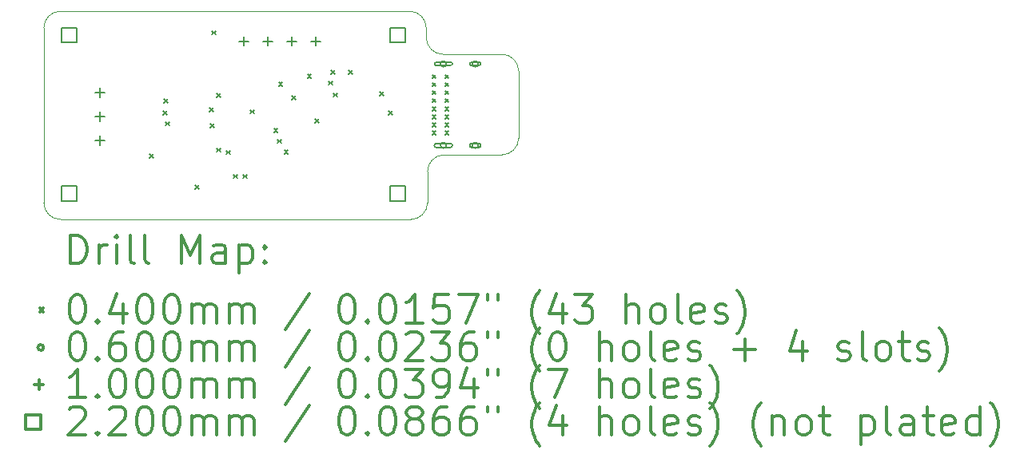
<source format=gbr>
%FSLAX45Y45*%
G04 Gerber Fmt 4.5, Leading zero omitted, Abs format (unit mm)*
G04 Created by KiCad (PCBNEW (5.1.10)-1) date 2022-11-07 23:21:50*
%MOMM*%
%LPD*%
G01*
G04 APERTURE LIST*
%TA.AperFunction,Profile*%
%ADD10C,0.050000*%
%TD*%
%ADD11C,0.200000*%
%ADD12C,0.300000*%
G04 APERTURE END LIST*
D10*
X11201400Y-9321800D02*
X14909800Y-9321800D01*
X15265400Y-8636000D02*
X15875000Y-8636000D01*
X15087600Y-9144000D02*
X15087600Y-8813800D01*
X16052800Y-8458200D02*
X16052800Y-7747000D01*
X15252700Y-7569200D02*
X15875000Y-7569200D01*
X15074900Y-7391400D02*
X15074900Y-7289800D01*
X11201400Y-7112000D02*
X14897100Y-7112000D01*
X16052800Y-8458200D02*
G75*
G02*
X15875000Y-8636000I-177800J0D01*
G01*
X15875000Y-7569200D02*
G75*
G02*
X16052800Y-7747000I0J-177800D01*
G01*
X15252700Y-7569200D02*
G75*
G02*
X15074900Y-7391400I0J177800D01*
G01*
X15087600Y-8813800D02*
G75*
G02*
X15265400Y-8636000I177800J0D01*
G01*
X14897100Y-7112000D02*
G75*
G02*
X15074900Y-7289800I0J-177800D01*
G01*
X11023600Y-9144000D02*
X11023600Y-7289800D01*
X11023600Y-7289800D02*
G75*
G02*
X11201400Y-7112000I177800J0D01*
G01*
X15087600Y-9144000D02*
G75*
G02*
X14909800Y-9321800I-177800J0D01*
G01*
X11201400Y-9321800D02*
G75*
G02*
X11023600Y-9144000I0J177800D01*
G01*
D11*
X12146600Y-8628700D02*
X12186600Y-8668700D01*
X12186600Y-8628700D02*
X12146600Y-8668700D01*
X12286300Y-8171500D02*
X12326300Y-8211500D01*
X12326300Y-8171500D02*
X12286300Y-8211500D01*
X12299000Y-8044500D02*
X12339000Y-8084500D01*
X12339000Y-8044500D02*
X12299000Y-8084500D01*
X12311700Y-8285800D02*
X12351700Y-8325800D01*
X12351700Y-8285800D02*
X12311700Y-8325800D01*
X12629200Y-8958900D02*
X12669200Y-8998900D01*
X12669200Y-8958900D02*
X12629200Y-8998900D01*
X12781600Y-8139750D02*
X12821600Y-8179750D01*
X12821600Y-8139750D02*
X12781600Y-8179750D01*
X12787950Y-8304850D02*
X12827950Y-8344850D01*
X12827950Y-8304850D02*
X12787950Y-8344850D01*
X12807000Y-7320600D02*
X12847000Y-7360600D01*
X12847000Y-7320600D02*
X12807000Y-7360600D01*
X12854100Y-7987500D02*
X12894100Y-8027500D01*
X12894100Y-7987500D02*
X12854100Y-8027500D01*
X12857800Y-8565200D02*
X12897800Y-8605200D01*
X12897800Y-8565200D02*
X12857800Y-8605200D01*
X12959400Y-8590600D02*
X12999400Y-8630600D01*
X12999400Y-8590600D02*
X12959400Y-8630600D01*
X13035600Y-8844600D02*
X13075600Y-8884600D01*
X13075600Y-8844600D02*
X13035600Y-8884600D01*
X13137200Y-8844600D02*
X13177200Y-8884600D01*
X13177200Y-8844600D02*
X13137200Y-8884600D01*
X13209066Y-8159643D02*
X13249066Y-8199643D01*
X13249066Y-8159643D02*
X13209066Y-8199643D01*
X13461050Y-8355650D02*
X13501050Y-8395650D01*
X13501050Y-8355650D02*
X13461050Y-8395650D01*
X13498636Y-8472325D02*
X13538636Y-8512325D01*
X13538636Y-8472325D02*
X13498636Y-8512325D01*
X13511700Y-7868912D02*
X13551700Y-7908912D01*
X13551700Y-7868912D02*
X13511700Y-7908912D01*
X13570920Y-8585153D02*
X13610920Y-8625153D01*
X13610920Y-8585153D02*
X13570920Y-8625153D01*
X13653975Y-8009360D02*
X13693975Y-8049360D01*
X13693975Y-8009360D02*
X13653975Y-8049360D01*
X13816923Y-7784000D02*
X13856923Y-7824000D01*
X13856923Y-7784000D02*
X13816923Y-7824000D01*
X13897571Y-8257561D02*
X13937571Y-8297561D01*
X13937571Y-8257561D02*
X13897571Y-8297561D01*
X14038900Y-7854000D02*
X14078900Y-7894000D01*
X14078900Y-7854000D02*
X14038900Y-7894000D01*
X14064300Y-7739700D02*
X14104300Y-7779700D01*
X14104300Y-7739700D02*
X14064300Y-7779700D01*
X14089700Y-7981000D02*
X14129700Y-8021000D01*
X14129700Y-7981000D02*
X14089700Y-8021000D01*
X14254800Y-7739700D02*
X14294800Y-7779700D01*
X14294800Y-7739700D02*
X14254800Y-7779700D01*
X14585000Y-7968300D02*
X14625000Y-8008300D01*
X14625000Y-7968300D02*
X14585000Y-8008300D01*
X14673900Y-8171500D02*
X14713900Y-8211500D01*
X14713900Y-8171500D02*
X14673900Y-8211500D01*
X15137450Y-7786050D02*
X15177450Y-7826050D01*
X15177450Y-7786050D02*
X15137450Y-7826050D01*
X15137450Y-7871050D02*
X15177450Y-7911050D01*
X15177450Y-7871050D02*
X15137450Y-7911050D01*
X15137450Y-7956050D02*
X15177450Y-7996050D01*
X15177450Y-7956050D02*
X15137450Y-7996050D01*
X15137450Y-8041050D02*
X15177450Y-8081050D01*
X15177450Y-8041050D02*
X15137450Y-8081050D01*
X15137450Y-8126050D02*
X15177450Y-8166050D01*
X15177450Y-8126050D02*
X15137450Y-8166050D01*
X15137450Y-8211050D02*
X15177450Y-8251050D01*
X15177450Y-8211050D02*
X15137450Y-8251050D01*
X15137450Y-8296050D02*
X15177450Y-8336050D01*
X15177450Y-8296050D02*
X15137450Y-8336050D01*
X15137450Y-8381050D02*
X15177450Y-8421050D01*
X15177450Y-8381050D02*
X15137450Y-8421050D01*
X15272450Y-7786050D02*
X15312450Y-7826050D01*
X15312450Y-7786050D02*
X15272450Y-7826050D01*
X15272450Y-7871050D02*
X15312450Y-7911050D01*
X15312450Y-7871050D02*
X15272450Y-7911050D01*
X15272450Y-7956050D02*
X15312450Y-7996050D01*
X15312450Y-7956050D02*
X15272450Y-7996050D01*
X15272450Y-8041050D02*
X15312450Y-8081050D01*
X15312450Y-8041050D02*
X15272450Y-8081050D01*
X15272450Y-8126050D02*
X15312450Y-8166050D01*
X15312450Y-8126050D02*
X15272450Y-8166050D01*
X15272450Y-8211050D02*
X15312450Y-8251050D01*
X15312450Y-8211050D02*
X15272450Y-8251050D01*
X15272450Y-8296050D02*
X15312450Y-8336050D01*
X15312450Y-8296050D02*
X15272450Y-8336050D01*
X15272450Y-8381050D02*
X15312450Y-8421050D01*
X15312450Y-8381050D02*
X15272450Y-8421050D01*
X15285450Y-7671050D02*
G75*
G03*
X15285450Y-7671050I-30000J0D01*
G01*
X15180450Y-7691050D02*
X15330450Y-7691050D01*
X15180450Y-7651050D02*
X15330450Y-7651050D01*
X15330450Y-7691050D02*
G75*
G03*
X15330450Y-7651050I0J20000D01*
G01*
X15180450Y-7651050D02*
G75*
G03*
X15180450Y-7691050I0J-20000D01*
G01*
X15285450Y-8536050D02*
G75*
G03*
X15285450Y-8536050I-30000J0D01*
G01*
X15180450Y-8556050D02*
X15330450Y-8556050D01*
X15180450Y-8516050D02*
X15330450Y-8516050D01*
X15330450Y-8556050D02*
G75*
G03*
X15330450Y-8516050I0J20000D01*
G01*
X15180450Y-8516050D02*
G75*
G03*
X15180450Y-8556050I0J-20000D01*
G01*
X15623450Y-7671050D02*
G75*
G03*
X15623450Y-7671050I-30000J0D01*
G01*
X15553450Y-7691050D02*
X15633450Y-7691050D01*
X15553450Y-7651050D02*
X15633450Y-7651050D01*
X15633450Y-7691050D02*
G75*
G03*
X15633450Y-7651050I0J20000D01*
G01*
X15553450Y-7651050D02*
G75*
G03*
X15553450Y-7691050I0J-20000D01*
G01*
X15623450Y-8536050D02*
G75*
G03*
X15623450Y-8536050I-30000J0D01*
G01*
X15553450Y-8556050D02*
X15633450Y-8556050D01*
X15553450Y-8516050D02*
X15633450Y-8516050D01*
X15633450Y-8556050D02*
G75*
G03*
X15633450Y-8516050I0J20000D01*
G01*
X15553450Y-8516050D02*
G75*
G03*
X15553450Y-8556050I0J-20000D01*
G01*
X11620500Y-7925600D02*
X11620500Y-8025600D01*
X11570500Y-7975600D02*
X11670500Y-7975600D01*
X11620500Y-8179600D02*
X11620500Y-8279600D01*
X11570500Y-8229600D02*
X11670500Y-8229600D01*
X11620500Y-8433600D02*
X11620500Y-8533600D01*
X11570500Y-8483600D02*
X11670500Y-8483600D01*
X13144500Y-7379500D02*
X13144500Y-7479500D01*
X13094500Y-7429500D02*
X13194500Y-7429500D01*
X13398500Y-7379500D02*
X13398500Y-7479500D01*
X13348500Y-7429500D02*
X13448500Y-7429500D01*
X13652500Y-7379500D02*
X13652500Y-7479500D01*
X13602500Y-7429500D02*
X13702500Y-7429500D01*
X13906500Y-7379500D02*
X13906500Y-7479500D01*
X13856500Y-7429500D02*
X13956500Y-7429500D01*
X11371382Y-7443682D02*
X11371382Y-7288117D01*
X11215817Y-7288117D01*
X11215817Y-7443682D01*
X11371382Y-7443682D01*
X11371382Y-9123683D02*
X11371382Y-8968118D01*
X11215817Y-8968118D01*
X11215817Y-9123683D01*
X11371382Y-9123683D01*
X14851382Y-7443682D02*
X14851382Y-7288117D01*
X14695817Y-7288117D01*
X14695817Y-7443682D01*
X14851382Y-7443682D01*
X14851382Y-9123683D02*
X14851382Y-8968118D01*
X14695817Y-8968118D01*
X14695817Y-9123683D01*
X14851382Y-9123683D01*
D12*
X11307528Y-9790014D02*
X11307528Y-9490014D01*
X11378957Y-9490014D01*
X11421814Y-9504300D01*
X11450386Y-9532872D01*
X11464671Y-9561443D01*
X11478957Y-9618586D01*
X11478957Y-9661443D01*
X11464671Y-9718586D01*
X11450386Y-9747157D01*
X11421814Y-9775729D01*
X11378957Y-9790014D01*
X11307528Y-9790014D01*
X11607528Y-9790014D02*
X11607528Y-9590014D01*
X11607528Y-9647157D02*
X11621814Y-9618586D01*
X11636100Y-9604300D01*
X11664671Y-9590014D01*
X11693243Y-9590014D01*
X11793243Y-9790014D02*
X11793243Y-9590014D01*
X11793243Y-9490014D02*
X11778957Y-9504300D01*
X11793243Y-9518586D01*
X11807528Y-9504300D01*
X11793243Y-9490014D01*
X11793243Y-9518586D01*
X11978957Y-9790014D02*
X11950386Y-9775729D01*
X11936100Y-9747157D01*
X11936100Y-9490014D01*
X12136100Y-9790014D02*
X12107528Y-9775729D01*
X12093243Y-9747157D01*
X12093243Y-9490014D01*
X12478957Y-9790014D02*
X12478957Y-9490014D01*
X12578957Y-9704300D01*
X12678957Y-9490014D01*
X12678957Y-9790014D01*
X12950386Y-9790014D02*
X12950386Y-9632872D01*
X12936100Y-9604300D01*
X12907528Y-9590014D01*
X12850386Y-9590014D01*
X12821814Y-9604300D01*
X12950386Y-9775729D02*
X12921814Y-9790014D01*
X12850386Y-9790014D01*
X12821814Y-9775729D01*
X12807528Y-9747157D01*
X12807528Y-9718586D01*
X12821814Y-9690014D01*
X12850386Y-9675729D01*
X12921814Y-9675729D01*
X12950386Y-9661443D01*
X13093243Y-9590014D02*
X13093243Y-9890014D01*
X13093243Y-9604300D02*
X13121814Y-9590014D01*
X13178957Y-9590014D01*
X13207528Y-9604300D01*
X13221814Y-9618586D01*
X13236100Y-9647157D01*
X13236100Y-9732872D01*
X13221814Y-9761443D01*
X13207528Y-9775729D01*
X13178957Y-9790014D01*
X13121814Y-9790014D01*
X13093243Y-9775729D01*
X13364671Y-9761443D02*
X13378957Y-9775729D01*
X13364671Y-9790014D01*
X13350386Y-9775729D01*
X13364671Y-9761443D01*
X13364671Y-9790014D01*
X13364671Y-9604300D02*
X13378957Y-9618586D01*
X13364671Y-9632872D01*
X13350386Y-9618586D01*
X13364671Y-9604300D01*
X13364671Y-9632872D01*
X10981100Y-10264300D02*
X11021100Y-10304300D01*
X11021100Y-10264300D02*
X10981100Y-10304300D01*
X11364671Y-10120014D02*
X11393243Y-10120014D01*
X11421814Y-10134300D01*
X11436100Y-10148586D01*
X11450386Y-10177157D01*
X11464671Y-10234300D01*
X11464671Y-10305729D01*
X11450386Y-10362872D01*
X11436100Y-10391443D01*
X11421814Y-10405729D01*
X11393243Y-10420014D01*
X11364671Y-10420014D01*
X11336100Y-10405729D01*
X11321814Y-10391443D01*
X11307528Y-10362872D01*
X11293243Y-10305729D01*
X11293243Y-10234300D01*
X11307528Y-10177157D01*
X11321814Y-10148586D01*
X11336100Y-10134300D01*
X11364671Y-10120014D01*
X11593243Y-10391443D02*
X11607528Y-10405729D01*
X11593243Y-10420014D01*
X11578957Y-10405729D01*
X11593243Y-10391443D01*
X11593243Y-10420014D01*
X11864671Y-10220014D02*
X11864671Y-10420014D01*
X11793243Y-10105729D02*
X11721814Y-10320014D01*
X11907528Y-10320014D01*
X12078957Y-10120014D02*
X12107528Y-10120014D01*
X12136100Y-10134300D01*
X12150386Y-10148586D01*
X12164671Y-10177157D01*
X12178957Y-10234300D01*
X12178957Y-10305729D01*
X12164671Y-10362872D01*
X12150386Y-10391443D01*
X12136100Y-10405729D01*
X12107528Y-10420014D01*
X12078957Y-10420014D01*
X12050386Y-10405729D01*
X12036100Y-10391443D01*
X12021814Y-10362872D01*
X12007528Y-10305729D01*
X12007528Y-10234300D01*
X12021814Y-10177157D01*
X12036100Y-10148586D01*
X12050386Y-10134300D01*
X12078957Y-10120014D01*
X12364671Y-10120014D02*
X12393243Y-10120014D01*
X12421814Y-10134300D01*
X12436100Y-10148586D01*
X12450386Y-10177157D01*
X12464671Y-10234300D01*
X12464671Y-10305729D01*
X12450386Y-10362872D01*
X12436100Y-10391443D01*
X12421814Y-10405729D01*
X12393243Y-10420014D01*
X12364671Y-10420014D01*
X12336100Y-10405729D01*
X12321814Y-10391443D01*
X12307528Y-10362872D01*
X12293243Y-10305729D01*
X12293243Y-10234300D01*
X12307528Y-10177157D01*
X12321814Y-10148586D01*
X12336100Y-10134300D01*
X12364671Y-10120014D01*
X12593243Y-10420014D02*
X12593243Y-10220014D01*
X12593243Y-10248586D02*
X12607528Y-10234300D01*
X12636100Y-10220014D01*
X12678957Y-10220014D01*
X12707528Y-10234300D01*
X12721814Y-10262872D01*
X12721814Y-10420014D01*
X12721814Y-10262872D02*
X12736100Y-10234300D01*
X12764671Y-10220014D01*
X12807528Y-10220014D01*
X12836100Y-10234300D01*
X12850386Y-10262872D01*
X12850386Y-10420014D01*
X12993243Y-10420014D02*
X12993243Y-10220014D01*
X12993243Y-10248586D02*
X13007528Y-10234300D01*
X13036100Y-10220014D01*
X13078957Y-10220014D01*
X13107528Y-10234300D01*
X13121814Y-10262872D01*
X13121814Y-10420014D01*
X13121814Y-10262872D02*
X13136100Y-10234300D01*
X13164671Y-10220014D01*
X13207528Y-10220014D01*
X13236100Y-10234300D01*
X13250386Y-10262872D01*
X13250386Y-10420014D01*
X13836100Y-10105729D02*
X13578957Y-10491443D01*
X14221814Y-10120014D02*
X14250386Y-10120014D01*
X14278957Y-10134300D01*
X14293243Y-10148586D01*
X14307528Y-10177157D01*
X14321814Y-10234300D01*
X14321814Y-10305729D01*
X14307528Y-10362872D01*
X14293243Y-10391443D01*
X14278957Y-10405729D01*
X14250386Y-10420014D01*
X14221814Y-10420014D01*
X14193243Y-10405729D01*
X14178957Y-10391443D01*
X14164671Y-10362872D01*
X14150386Y-10305729D01*
X14150386Y-10234300D01*
X14164671Y-10177157D01*
X14178957Y-10148586D01*
X14193243Y-10134300D01*
X14221814Y-10120014D01*
X14450386Y-10391443D02*
X14464671Y-10405729D01*
X14450386Y-10420014D01*
X14436100Y-10405729D01*
X14450386Y-10391443D01*
X14450386Y-10420014D01*
X14650386Y-10120014D02*
X14678957Y-10120014D01*
X14707528Y-10134300D01*
X14721814Y-10148586D01*
X14736100Y-10177157D01*
X14750386Y-10234300D01*
X14750386Y-10305729D01*
X14736100Y-10362872D01*
X14721814Y-10391443D01*
X14707528Y-10405729D01*
X14678957Y-10420014D01*
X14650386Y-10420014D01*
X14621814Y-10405729D01*
X14607528Y-10391443D01*
X14593243Y-10362872D01*
X14578957Y-10305729D01*
X14578957Y-10234300D01*
X14593243Y-10177157D01*
X14607528Y-10148586D01*
X14621814Y-10134300D01*
X14650386Y-10120014D01*
X15036100Y-10420014D02*
X14864671Y-10420014D01*
X14950386Y-10420014D02*
X14950386Y-10120014D01*
X14921814Y-10162872D01*
X14893243Y-10191443D01*
X14864671Y-10205729D01*
X15307528Y-10120014D02*
X15164671Y-10120014D01*
X15150386Y-10262872D01*
X15164671Y-10248586D01*
X15193243Y-10234300D01*
X15264671Y-10234300D01*
X15293243Y-10248586D01*
X15307528Y-10262872D01*
X15321814Y-10291443D01*
X15321814Y-10362872D01*
X15307528Y-10391443D01*
X15293243Y-10405729D01*
X15264671Y-10420014D01*
X15193243Y-10420014D01*
X15164671Y-10405729D01*
X15150386Y-10391443D01*
X15421814Y-10120014D02*
X15621814Y-10120014D01*
X15493243Y-10420014D01*
X15721814Y-10120014D02*
X15721814Y-10177157D01*
X15836100Y-10120014D02*
X15836100Y-10177157D01*
X16278957Y-10534300D02*
X16264671Y-10520014D01*
X16236100Y-10477157D01*
X16221814Y-10448586D01*
X16207528Y-10405729D01*
X16193243Y-10334300D01*
X16193243Y-10277157D01*
X16207528Y-10205729D01*
X16221814Y-10162872D01*
X16236100Y-10134300D01*
X16264671Y-10091443D01*
X16278957Y-10077157D01*
X16521814Y-10220014D02*
X16521814Y-10420014D01*
X16450386Y-10105729D02*
X16378957Y-10320014D01*
X16564671Y-10320014D01*
X16650386Y-10120014D02*
X16836100Y-10120014D01*
X16736100Y-10234300D01*
X16778957Y-10234300D01*
X16807528Y-10248586D01*
X16821814Y-10262872D01*
X16836100Y-10291443D01*
X16836100Y-10362872D01*
X16821814Y-10391443D01*
X16807528Y-10405729D01*
X16778957Y-10420014D01*
X16693243Y-10420014D01*
X16664671Y-10405729D01*
X16650386Y-10391443D01*
X17193243Y-10420014D02*
X17193243Y-10120014D01*
X17321814Y-10420014D02*
X17321814Y-10262872D01*
X17307528Y-10234300D01*
X17278957Y-10220014D01*
X17236100Y-10220014D01*
X17207528Y-10234300D01*
X17193243Y-10248586D01*
X17507528Y-10420014D02*
X17478957Y-10405729D01*
X17464671Y-10391443D01*
X17450386Y-10362872D01*
X17450386Y-10277157D01*
X17464671Y-10248586D01*
X17478957Y-10234300D01*
X17507528Y-10220014D01*
X17550386Y-10220014D01*
X17578957Y-10234300D01*
X17593243Y-10248586D01*
X17607528Y-10277157D01*
X17607528Y-10362872D01*
X17593243Y-10391443D01*
X17578957Y-10405729D01*
X17550386Y-10420014D01*
X17507528Y-10420014D01*
X17778957Y-10420014D02*
X17750386Y-10405729D01*
X17736100Y-10377157D01*
X17736100Y-10120014D01*
X18007528Y-10405729D02*
X17978957Y-10420014D01*
X17921814Y-10420014D01*
X17893243Y-10405729D01*
X17878957Y-10377157D01*
X17878957Y-10262872D01*
X17893243Y-10234300D01*
X17921814Y-10220014D01*
X17978957Y-10220014D01*
X18007528Y-10234300D01*
X18021814Y-10262872D01*
X18021814Y-10291443D01*
X17878957Y-10320014D01*
X18136100Y-10405729D02*
X18164671Y-10420014D01*
X18221814Y-10420014D01*
X18250386Y-10405729D01*
X18264671Y-10377157D01*
X18264671Y-10362872D01*
X18250386Y-10334300D01*
X18221814Y-10320014D01*
X18178957Y-10320014D01*
X18150386Y-10305729D01*
X18136100Y-10277157D01*
X18136100Y-10262872D01*
X18150386Y-10234300D01*
X18178957Y-10220014D01*
X18221814Y-10220014D01*
X18250386Y-10234300D01*
X18364671Y-10534300D02*
X18378957Y-10520014D01*
X18407528Y-10477157D01*
X18421814Y-10448586D01*
X18436100Y-10405729D01*
X18450386Y-10334300D01*
X18450386Y-10277157D01*
X18436100Y-10205729D01*
X18421814Y-10162872D01*
X18407528Y-10134300D01*
X18378957Y-10091443D01*
X18364671Y-10077157D01*
X11021100Y-10680300D02*
G75*
G03*
X11021100Y-10680300I-30000J0D01*
G01*
X11364671Y-10516014D02*
X11393243Y-10516014D01*
X11421814Y-10530300D01*
X11436100Y-10544586D01*
X11450386Y-10573157D01*
X11464671Y-10630300D01*
X11464671Y-10701729D01*
X11450386Y-10758872D01*
X11436100Y-10787443D01*
X11421814Y-10801729D01*
X11393243Y-10816014D01*
X11364671Y-10816014D01*
X11336100Y-10801729D01*
X11321814Y-10787443D01*
X11307528Y-10758872D01*
X11293243Y-10701729D01*
X11293243Y-10630300D01*
X11307528Y-10573157D01*
X11321814Y-10544586D01*
X11336100Y-10530300D01*
X11364671Y-10516014D01*
X11593243Y-10787443D02*
X11607528Y-10801729D01*
X11593243Y-10816014D01*
X11578957Y-10801729D01*
X11593243Y-10787443D01*
X11593243Y-10816014D01*
X11864671Y-10516014D02*
X11807528Y-10516014D01*
X11778957Y-10530300D01*
X11764671Y-10544586D01*
X11736100Y-10587443D01*
X11721814Y-10644586D01*
X11721814Y-10758872D01*
X11736100Y-10787443D01*
X11750386Y-10801729D01*
X11778957Y-10816014D01*
X11836100Y-10816014D01*
X11864671Y-10801729D01*
X11878957Y-10787443D01*
X11893243Y-10758872D01*
X11893243Y-10687443D01*
X11878957Y-10658872D01*
X11864671Y-10644586D01*
X11836100Y-10630300D01*
X11778957Y-10630300D01*
X11750386Y-10644586D01*
X11736100Y-10658872D01*
X11721814Y-10687443D01*
X12078957Y-10516014D02*
X12107528Y-10516014D01*
X12136100Y-10530300D01*
X12150386Y-10544586D01*
X12164671Y-10573157D01*
X12178957Y-10630300D01*
X12178957Y-10701729D01*
X12164671Y-10758872D01*
X12150386Y-10787443D01*
X12136100Y-10801729D01*
X12107528Y-10816014D01*
X12078957Y-10816014D01*
X12050386Y-10801729D01*
X12036100Y-10787443D01*
X12021814Y-10758872D01*
X12007528Y-10701729D01*
X12007528Y-10630300D01*
X12021814Y-10573157D01*
X12036100Y-10544586D01*
X12050386Y-10530300D01*
X12078957Y-10516014D01*
X12364671Y-10516014D02*
X12393243Y-10516014D01*
X12421814Y-10530300D01*
X12436100Y-10544586D01*
X12450386Y-10573157D01*
X12464671Y-10630300D01*
X12464671Y-10701729D01*
X12450386Y-10758872D01*
X12436100Y-10787443D01*
X12421814Y-10801729D01*
X12393243Y-10816014D01*
X12364671Y-10816014D01*
X12336100Y-10801729D01*
X12321814Y-10787443D01*
X12307528Y-10758872D01*
X12293243Y-10701729D01*
X12293243Y-10630300D01*
X12307528Y-10573157D01*
X12321814Y-10544586D01*
X12336100Y-10530300D01*
X12364671Y-10516014D01*
X12593243Y-10816014D02*
X12593243Y-10616014D01*
X12593243Y-10644586D02*
X12607528Y-10630300D01*
X12636100Y-10616014D01*
X12678957Y-10616014D01*
X12707528Y-10630300D01*
X12721814Y-10658872D01*
X12721814Y-10816014D01*
X12721814Y-10658872D02*
X12736100Y-10630300D01*
X12764671Y-10616014D01*
X12807528Y-10616014D01*
X12836100Y-10630300D01*
X12850386Y-10658872D01*
X12850386Y-10816014D01*
X12993243Y-10816014D02*
X12993243Y-10616014D01*
X12993243Y-10644586D02*
X13007528Y-10630300D01*
X13036100Y-10616014D01*
X13078957Y-10616014D01*
X13107528Y-10630300D01*
X13121814Y-10658872D01*
X13121814Y-10816014D01*
X13121814Y-10658872D02*
X13136100Y-10630300D01*
X13164671Y-10616014D01*
X13207528Y-10616014D01*
X13236100Y-10630300D01*
X13250386Y-10658872D01*
X13250386Y-10816014D01*
X13836100Y-10501729D02*
X13578957Y-10887443D01*
X14221814Y-10516014D02*
X14250386Y-10516014D01*
X14278957Y-10530300D01*
X14293243Y-10544586D01*
X14307528Y-10573157D01*
X14321814Y-10630300D01*
X14321814Y-10701729D01*
X14307528Y-10758872D01*
X14293243Y-10787443D01*
X14278957Y-10801729D01*
X14250386Y-10816014D01*
X14221814Y-10816014D01*
X14193243Y-10801729D01*
X14178957Y-10787443D01*
X14164671Y-10758872D01*
X14150386Y-10701729D01*
X14150386Y-10630300D01*
X14164671Y-10573157D01*
X14178957Y-10544586D01*
X14193243Y-10530300D01*
X14221814Y-10516014D01*
X14450386Y-10787443D02*
X14464671Y-10801729D01*
X14450386Y-10816014D01*
X14436100Y-10801729D01*
X14450386Y-10787443D01*
X14450386Y-10816014D01*
X14650386Y-10516014D02*
X14678957Y-10516014D01*
X14707528Y-10530300D01*
X14721814Y-10544586D01*
X14736100Y-10573157D01*
X14750386Y-10630300D01*
X14750386Y-10701729D01*
X14736100Y-10758872D01*
X14721814Y-10787443D01*
X14707528Y-10801729D01*
X14678957Y-10816014D01*
X14650386Y-10816014D01*
X14621814Y-10801729D01*
X14607528Y-10787443D01*
X14593243Y-10758872D01*
X14578957Y-10701729D01*
X14578957Y-10630300D01*
X14593243Y-10573157D01*
X14607528Y-10544586D01*
X14621814Y-10530300D01*
X14650386Y-10516014D01*
X14864671Y-10544586D02*
X14878957Y-10530300D01*
X14907528Y-10516014D01*
X14978957Y-10516014D01*
X15007528Y-10530300D01*
X15021814Y-10544586D01*
X15036100Y-10573157D01*
X15036100Y-10601729D01*
X15021814Y-10644586D01*
X14850386Y-10816014D01*
X15036100Y-10816014D01*
X15136100Y-10516014D02*
X15321814Y-10516014D01*
X15221814Y-10630300D01*
X15264671Y-10630300D01*
X15293243Y-10644586D01*
X15307528Y-10658872D01*
X15321814Y-10687443D01*
X15321814Y-10758872D01*
X15307528Y-10787443D01*
X15293243Y-10801729D01*
X15264671Y-10816014D01*
X15178957Y-10816014D01*
X15150386Y-10801729D01*
X15136100Y-10787443D01*
X15578957Y-10516014D02*
X15521814Y-10516014D01*
X15493243Y-10530300D01*
X15478957Y-10544586D01*
X15450386Y-10587443D01*
X15436100Y-10644586D01*
X15436100Y-10758872D01*
X15450386Y-10787443D01*
X15464671Y-10801729D01*
X15493243Y-10816014D01*
X15550386Y-10816014D01*
X15578957Y-10801729D01*
X15593243Y-10787443D01*
X15607528Y-10758872D01*
X15607528Y-10687443D01*
X15593243Y-10658872D01*
X15578957Y-10644586D01*
X15550386Y-10630300D01*
X15493243Y-10630300D01*
X15464671Y-10644586D01*
X15450386Y-10658872D01*
X15436100Y-10687443D01*
X15721814Y-10516014D02*
X15721814Y-10573157D01*
X15836100Y-10516014D02*
X15836100Y-10573157D01*
X16278957Y-10930300D02*
X16264671Y-10916014D01*
X16236100Y-10873157D01*
X16221814Y-10844586D01*
X16207528Y-10801729D01*
X16193243Y-10730300D01*
X16193243Y-10673157D01*
X16207528Y-10601729D01*
X16221814Y-10558872D01*
X16236100Y-10530300D01*
X16264671Y-10487443D01*
X16278957Y-10473157D01*
X16450386Y-10516014D02*
X16478957Y-10516014D01*
X16507528Y-10530300D01*
X16521814Y-10544586D01*
X16536100Y-10573157D01*
X16550386Y-10630300D01*
X16550386Y-10701729D01*
X16536100Y-10758872D01*
X16521814Y-10787443D01*
X16507528Y-10801729D01*
X16478957Y-10816014D01*
X16450386Y-10816014D01*
X16421814Y-10801729D01*
X16407528Y-10787443D01*
X16393243Y-10758872D01*
X16378957Y-10701729D01*
X16378957Y-10630300D01*
X16393243Y-10573157D01*
X16407528Y-10544586D01*
X16421814Y-10530300D01*
X16450386Y-10516014D01*
X16907528Y-10816014D02*
X16907528Y-10516014D01*
X17036100Y-10816014D02*
X17036100Y-10658872D01*
X17021814Y-10630300D01*
X16993243Y-10616014D01*
X16950386Y-10616014D01*
X16921814Y-10630300D01*
X16907528Y-10644586D01*
X17221814Y-10816014D02*
X17193243Y-10801729D01*
X17178957Y-10787443D01*
X17164671Y-10758872D01*
X17164671Y-10673157D01*
X17178957Y-10644586D01*
X17193243Y-10630300D01*
X17221814Y-10616014D01*
X17264671Y-10616014D01*
X17293243Y-10630300D01*
X17307528Y-10644586D01*
X17321814Y-10673157D01*
X17321814Y-10758872D01*
X17307528Y-10787443D01*
X17293243Y-10801729D01*
X17264671Y-10816014D01*
X17221814Y-10816014D01*
X17493243Y-10816014D02*
X17464671Y-10801729D01*
X17450386Y-10773157D01*
X17450386Y-10516014D01*
X17721814Y-10801729D02*
X17693243Y-10816014D01*
X17636100Y-10816014D01*
X17607528Y-10801729D01*
X17593243Y-10773157D01*
X17593243Y-10658872D01*
X17607528Y-10630300D01*
X17636100Y-10616014D01*
X17693243Y-10616014D01*
X17721814Y-10630300D01*
X17736100Y-10658872D01*
X17736100Y-10687443D01*
X17593243Y-10716014D01*
X17850386Y-10801729D02*
X17878957Y-10816014D01*
X17936100Y-10816014D01*
X17964671Y-10801729D01*
X17978957Y-10773157D01*
X17978957Y-10758872D01*
X17964671Y-10730300D01*
X17936100Y-10716014D01*
X17893243Y-10716014D01*
X17864671Y-10701729D01*
X17850386Y-10673157D01*
X17850386Y-10658872D01*
X17864671Y-10630300D01*
X17893243Y-10616014D01*
X17936100Y-10616014D01*
X17964671Y-10630300D01*
X18336100Y-10701729D02*
X18564671Y-10701729D01*
X18450386Y-10816014D02*
X18450386Y-10587443D01*
X19064671Y-10616014D02*
X19064671Y-10816014D01*
X18993243Y-10501729D02*
X18921814Y-10716014D01*
X19107528Y-10716014D01*
X19436100Y-10801729D02*
X19464671Y-10816014D01*
X19521814Y-10816014D01*
X19550386Y-10801729D01*
X19564671Y-10773157D01*
X19564671Y-10758872D01*
X19550386Y-10730300D01*
X19521814Y-10716014D01*
X19478957Y-10716014D01*
X19450386Y-10701729D01*
X19436100Y-10673157D01*
X19436100Y-10658872D01*
X19450386Y-10630300D01*
X19478957Y-10616014D01*
X19521814Y-10616014D01*
X19550386Y-10630300D01*
X19736100Y-10816014D02*
X19707528Y-10801729D01*
X19693243Y-10773157D01*
X19693243Y-10516014D01*
X19893243Y-10816014D02*
X19864671Y-10801729D01*
X19850386Y-10787443D01*
X19836100Y-10758872D01*
X19836100Y-10673157D01*
X19850386Y-10644586D01*
X19864671Y-10630300D01*
X19893243Y-10616014D01*
X19936100Y-10616014D01*
X19964671Y-10630300D01*
X19978957Y-10644586D01*
X19993243Y-10673157D01*
X19993243Y-10758872D01*
X19978957Y-10787443D01*
X19964671Y-10801729D01*
X19936100Y-10816014D01*
X19893243Y-10816014D01*
X20078957Y-10616014D02*
X20193243Y-10616014D01*
X20121814Y-10516014D02*
X20121814Y-10773157D01*
X20136100Y-10801729D01*
X20164671Y-10816014D01*
X20193243Y-10816014D01*
X20278957Y-10801729D02*
X20307528Y-10816014D01*
X20364671Y-10816014D01*
X20393243Y-10801729D01*
X20407528Y-10773157D01*
X20407528Y-10758872D01*
X20393243Y-10730300D01*
X20364671Y-10716014D01*
X20321814Y-10716014D01*
X20293243Y-10701729D01*
X20278957Y-10673157D01*
X20278957Y-10658872D01*
X20293243Y-10630300D01*
X20321814Y-10616014D01*
X20364671Y-10616014D01*
X20393243Y-10630300D01*
X20507528Y-10930300D02*
X20521814Y-10916014D01*
X20550386Y-10873157D01*
X20564671Y-10844586D01*
X20578957Y-10801729D01*
X20593243Y-10730300D01*
X20593243Y-10673157D01*
X20578957Y-10601729D01*
X20564671Y-10558872D01*
X20550386Y-10530300D01*
X20521814Y-10487443D01*
X20507528Y-10473157D01*
X10971100Y-11026300D02*
X10971100Y-11126300D01*
X10921100Y-11076300D02*
X11021100Y-11076300D01*
X11464671Y-11212014D02*
X11293243Y-11212014D01*
X11378957Y-11212014D02*
X11378957Y-10912014D01*
X11350386Y-10954872D01*
X11321814Y-10983443D01*
X11293243Y-10997729D01*
X11593243Y-11183443D02*
X11607528Y-11197729D01*
X11593243Y-11212014D01*
X11578957Y-11197729D01*
X11593243Y-11183443D01*
X11593243Y-11212014D01*
X11793243Y-10912014D02*
X11821814Y-10912014D01*
X11850386Y-10926300D01*
X11864671Y-10940586D01*
X11878957Y-10969157D01*
X11893243Y-11026300D01*
X11893243Y-11097729D01*
X11878957Y-11154872D01*
X11864671Y-11183443D01*
X11850386Y-11197729D01*
X11821814Y-11212014D01*
X11793243Y-11212014D01*
X11764671Y-11197729D01*
X11750386Y-11183443D01*
X11736100Y-11154872D01*
X11721814Y-11097729D01*
X11721814Y-11026300D01*
X11736100Y-10969157D01*
X11750386Y-10940586D01*
X11764671Y-10926300D01*
X11793243Y-10912014D01*
X12078957Y-10912014D02*
X12107528Y-10912014D01*
X12136100Y-10926300D01*
X12150386Y-10940586D01*
X12164671Y-10969157D01*
X12178957Y-11026300D01*
X12178957Y-11097729D01*
X12164671Y-11154872D01*
X12150386Y-11183443D01*
X12136100Y-11197729D01*
X12107528Y-11212014D01*
X12078957Y-11212014D01*
X12050386Y-11197729D01*
X12036100Y-11183443D01*
X12021814Y-11154872D01*
X12007528Y-11097729D01*
X12007528Y-11026300D01*
X12021814Y-10969157D01*
X12036100Y-10940586D01*
X12050386Y-10926300D01*
X12078957Y-10912014D01*
X12364671Y-10912014D02*
X12393243Y-10912014D01*
X12421814Y-10926300D01*
X12436100Y-10940586D01*
X12450386Y-10969157D01*
X12464671Y-11026300D01*
X12464671Y-11097729D01*
X12450386Y-11154872D01*
X12436100Y-11183443D01*
X12421814Y-11197729D01*
X12393243Y-11212014D01*
X12364671Y-11212014D01*
X12336100Y-11197729D01*
X12321814Y-11183443D01*
X12307528Y-11154872D01*
X12293243Y-11097729D01*
X12293243Y-11026300D01*
X12307528Y-10969157D01*
X12321814Y-10940586D01*
X12336100Y-10926300D01*
X12364671Y-10912014D01*
X12593243Y-11212014D02*
X12593243Y-11012014D01*
X12593243Y-11040586D02*
X12607528Y-11026300D01*
X12636100Y-11012014D01*
X12678957Y-11012014D01*
X12707528Y-11026300D01*
X12721814Y-11054872D01*
X12721814Y-11212014D01*
X12721814Y-11054872D02*
X12736100Y-11026300D01*
X12764671Y-11012014D01*
X12807528Y-11012014D01*
X12836100Y-11026300D01*
X12850386Y-11054872D01*
X12850386Y-11212014D01*
X12993243Y-11212014D02*
X12993243Y-11012014D01*
X12993243Y-11040586D02*
X13007528Y-11026300D01*
X13036100Y-11012014D01*
X13078957Y-11012014D01*
X13107528Y-11026300D01*
X13121814Y-11054872D01*
X13121814Y-11212014D01*
X13121814Y-11054872D02*
X13136100Y-11026300D01*
X13164671Y-11012014D01*
X13207528Y-11012014D01*
X13236100Y-11026300D01*
X13250386Y-11054872D01*
X13250386Y-11212014D01*
X13836100Y-10897729D02*
X13578957Y-11283443D01*
X14221814Y-10912014D02*
X14250386Y-10912014D01*
X14278957Y-10926300D01*
X14293243Y-10940586D01*
X14307528Y-10969157D01*
X14321814Y-11026300D01*
X14321814Y-11097729D01*
X14307528Y-11154872D01*
X14293243Y-11183443D01*
X14278957Y-11197729D01*
X14250386Y-11212014D01*
X14221814Y-11212014D01*
X14193243Y-11197729D01*
X14178957Y-11183443D01*
X14164671Y-11154872D01*
X14150386Y-11097729D01*
X14150386Y-11026300D01*
X14164671Y-10969157D01*
X14178957Y-10940586D01*
X14193243Y-10926300D01*
X14221814Y-10912014D01*
X14450386Y-11183443D02*
X14464671Y-11197729D01*
X14450386Y-11212014D01*
X14436100Y-11197729D01*
X14450386Y-11183443D01*
X14450386Y-11212014D01*
X14650386Y-10912014D02*
X14678957Y-10912014D01*
X14707528Y-10926300D01*
X14721814Y-10940586D01*
X14736100Y-10969157D01*
X14750386Y-11026300D01*
X14750386Y-11097729D01*
X14736100Y-11154872D01*
X14721814Y-11183443D01*
X14707528Y-11197729D01*
X14678957Y-11212014D01*
X14650386Y-11212014D01*
X14621814Y-11197729D01*
X14607528Y-11183443D01*
X14593243Y-11154872D01*
X14578957Y-11097729D01*
X14578957Y-11026300D01*
X14593243Y-10969157D01*
X14607528Y-10940586D01*
X14621814Y-10926300D01*
X14650386Y-10912014D01*
X14850386Y-10912014D02*
X15036100Y-10912014D01*
X14936100Y-11026300D01*
X14978957Y-11026300D01*
X15007528Y-11040586D01*
X15021814Y-11054872D01*
X15036100Y-11083443D01*
X15036100Y-11154872D01*
X15021814Y-11183443D01*
X15007528Y-11197729D01*
X14978957Y-11212014D01*
X14893243Y-11212014D01*
X14864671Y-11197729D01*
X14850386Y-11183443D01*
X15178957Y-11212014D02*
X15236100Y-11212014D01*
X15264671Y-11197729D01*
X15278957Y-11183443D01*
X15307528Y-11140586D01*
X15321814Y-11083443D01*
X15321814Y-10969157D01*
X15307528Y-10940586D01*
X15293243Y-10926300D01*
X15264671Y-10912014D01*
X15207528Y-10912014D01*
X15178957Y-10926300D01*
X15164671Y-10940586D01*
X15150386Y-10969157D01*
X15150386Y-11040586D01*
X15164671Y-11069157D01*
X15178957Y-11083443D01*
X15207528Y-11097729D01*
X15264671Y-11097729D01*
X15293243Y-11083443D01*
X15307528Y-11069157D01*
X15321814Y-11040586D01*
X15578957Y-11012014D02*
X15578957Y-11212014D01*
X15507528Y-10897729D02*
X15436100Y-11112014D01*
X15621814Y-11112014D01*
X15721814Y-10912014D02*
X15721814Y-10969157D01*
X15836100Y-10912014D02*
X15836100Y-10969157D01*
X16278957Y-11326300D02*
X16264671Y-11312014D01*
X16236100Y-11269157D01*
X16221814Y-11240586D01*
X16207528Y-11197729D01*
X16193243Y-11126300D01*
X16193243Y-11069157D01*
X16207528Y-10997729D01*
X16221814Y-10954872D01*
X16236100Y-10926300D01*
X16264671Y-10883443D01*
X16278957Y-10869157D01*
X16364671Y-10912014D02*
X16564671Y-10912014D01*
X16436100Y-11212014D01*
X16907528Y-11212014D02*
X16907528Y-10912014D01*
X17036100Y-11212014D02*
X17036100Y-11054872D01*
X17021814Y-11026300D01*
X16993243Y-11012014D01*
X16950386Y-11012014D01*
X16921814Y-11026300D01*
X16907528Y-11040586D01*
X17221814Y-11212014D02*
X17193243Y-11197729D01*
X17178957Y-11183443D01*
X17164671Y-11154872D01*
X17164671Y-11069157D01*
X17178957Y-11040586D01*
X17193243Y-11026300D01*
X17221814Y-11012014D01*
X17264671Y-11012014D01*
X17293243Y-11026300D01*
X17307528Y-11040586D01*
X17321814Y-11069157D01*
X17321814Y-11154872D01*
X17307528Y-11183443D01*
X17293243Y-11197729D01*
X17264671Y-11212014D01*
X17221814Y-11212014D01*
X17493243Y-11212014D02*
X17464671Y-11197729D01*
X17450386Y-11169157D01*
X17450386Y-10912014D01*
X17721814Y-11197729D02*
X17693243Y-11212014D01*
X17636100Y-11212014D01*
X17607528Y-11197729D01*
X17593243Y-11169157D01*
X17593243Y-11054872D01*
X17607528Y-11026300D01*
X17636100Y-11012014D01*
X17693243Y-11012014D01*
X17721814Y-11026300D01*
X17736100Y-11054872D01*
X17736100Y-11083443D01*
X17593243Y-11112014D01*
X17850386Y-11197729D02*
X17878957Y-11212014D01*
X17936100Y-11212014D01*
X17964671Y-11197729D01*
X17978957Y-11169157D01*
X17978957Y-11154872D01*
X17964671Y-11126300D01*
X17936100Y-11112014D01*
X17893243Y-11112014D01*
X17864671Y-11097729D01*
X17850386Y-11069157D01*
X17850386Y-11054872D01*
X17864671Y-11026300D01*
X17893243Y-11012014D01*
X17936100Y-11012014D01*
X17964671Y-11026300D01*
X18078957Y-11326300D02*
X18093243Y-11312014D01*
X18121814Y-11269157D01*
X18136100Y-11240586D01*
X18150386Y-11197729D01*
X18164671Y-11126300D01*
X18164671Y-11069157D01*
X18150386Y-10997729D01*
X18136100Y-10954872D01*
X18121814Y-10926300D01*
X18093243Y-10883443D01*
X18078957Y-10869157D01*
X10988882Y-11550083D02*
X10988882Y-11394518D01*
X10833317Y-11394518D01*
X10833317Y-11550083D01*
X10988882Y-11550083D01*
X11293243Y-11336586D02*
X11307528Y-11322300D01*
X11336100Y-11308014D01*
X11407528Y-11308014D01*
X11436100Y-11322300D01*
X11450386Y-11336586D01*
X11464671Y-11365157D01*
X11464671Y-11393729D01*
X11450386Y-11436586D01*
X11278957Y-11608014D01*
X11464671Y-11608014D01*
X11593243Y-11579443D02*
X11607528Y-11593729D01*
X11593243Y-11608014D01*
X11578957Y-11593729D01*
X11593243Y-11579443D01*
X11593243Y-11608014D01*
X11721814Y-11336586D02*
X11736100Y-11322300D01*
X11764671Y-11308014D01*
X11836100Y-11308014D01*
X11864671Y-11322300D01*
X11878957Y-11336586D01*
X11893243Y-11365157D01*
X11893243Y-11393729D01*
X11878957Y-11436586D01*
X11707528Y-11608014D01*
X11893243Y-11608014D01*
X12078957Y-11308014D02*
X12107528Y-11308014D01*
X12136100Y-11322300D01*
X12150386Y-11336586D01*
X12164671Y-11365157D01*
X12178957Y-11422300D01*
X12178957Y-11493729D01*
X12164671Y-11550871D01*
X12150386Y-11579443D01*
X12136100Y-11593729D01*
X12107528Y-11608014D01*
X12078957Y-11608014D01*
X12050386Y-11593729D01*
X12036100Y-11579443D01*
X12021814Y-11550871D01*
X12007528Y-11493729D01*
X12007528Y-11422300D01*
X12021814Y-11365157D01*
X12036100Y-11336586D01*
X12050386Y-11322300D01*
X12078957Y-11308014D01*
X12364671Y-11308014D02*
X12393243Y-11308014D01*
X12421814Y-11322300D01*
X12436100Y-11336586D01*
X12450386Y-11365157D01*
X12464671Y-11422300D01*
X12464671Y-11493729D01*
X12450386Y-11550871D01*
X12436100Y-11579443D01*
X12421814Y-11593729D01*
X12393243Y-11608014D01*
X12364671Y-11608014D01*
X12336100Y-11593729D01*
X12321814Y-11579443D01*
X12307528Y-11550871D01*
X12293243Y-11493729D01*
X12293243Y-11422300D01*
X12307528Y-11365157D01*
X12321814Y-11336586D01*
X12336100Y-11322300D01*
X12364671Y-11308014D01*
X12593243Y-11608014D02*
X12593243Y-11408014D01*
X12593243Y-11436586D02*
X12607528Y-11422300D01*
X12636100Y-11408014D01*
X12678957Y-11408014D01*
X12707528Y-11422300D01*
X12721814Y-11450871D01*
X12721814Y-11608014D01*
X12721814Y-11450871D02*
X12736100Y-11422300D01*
X12764671Y-11408014D01*
X12807528Y-11408014D01*
X12836100Y-11422300D01*
X12850386Y-11450871D01*
X12850386Y-11608014D01*
X12993243Y-11608014D02*
X12993243Y-11408014D01*
X12993243Y-11436586D02*
X13007528Y-11422300D01*
X13036100Y-11408014D01*
X13078957Y-11408014D01*
X13107528Y-11422300D01*
X13121814Y-11450871D01*
X13121814Y-11608014D01*
X13121814Y-11450871D02*
X13136100Y-11422300D01*
X13164671Y-11408014D01*
X13207528Y-11408014D01*
X13236100Y-11422300D01*
X13250386Y-11450871D01*
X13250386Y-11608014D01*
X13836100Y-11293729D02*
X13578957Y-11679443D01*
X14221814Y-11308014D02*
X14250386Y-11308014D01*
X14278957Y-11322300D01*
X14293243Y-11336586D01*
X14307528Y-11365157D01*
X14321814Y-11422300D01*
X14321814Y-11493729D01*
X14307528Y-11550871D01*
X14293243Y-11579443D01*
X14278957Y-11593729D01*
X14250386Y-11608014D01*
X14221814Y-11608014D01*
X14193243Y-11593729D01*
X14178957Y-11579443D01*
X14164671Y-11550871D01*
X14150386Y-11493729D01*
X14150386Y-11422300D01*
X14164671Y-11365157D01*
X14178957Y-11336586D01*
X14193243Y-11322300D01*
X14221814Y-11308014D01*
X14450386Y-11579443D02*
X14464671Y-11593729D01*
X14450386Y-11608014D01*
X14436100Y-11593729D01*
X14450386Y-11579443D01*
X14450386Y-11608014D01*
X14650386Y-11308014D02*
X14678957Y-11308014D01*
X14707528Y-11322300D01*
X14721814Y-11336586D01*
X14736100Y-11365157D01*
X14750386Y-11422300D01*
X14750386Y-11493729D01*
X14736100Y-11550871D01*
X14721814Y-11579443D01*
X14707528Y-11593729D01*
X14678957Y-11608014D01*
X14650386Y-11608014D01*
X14621814Y-11593729D01*
X14607528Y-11579443D01*
X14593243Y-11550871D01*
X14578957Y-11493729D01*
X14578957Y-11422300D01*
X14593243Y-11365157D01*
X14607528Y-11336586D01*
X14621814Y-11322300D01*
X14650386Y-11308014D01*
X14921814Y-11436586D02*
X14893243Y-11422300D01*
X14878957Y-11408014D01*
X14864671Y-11379443D01*
X14864671Y-11365157D01*
X14878957Y-11336586D01*
X14893243Y-11322300D01*
X14921814Y-11308014D01*
X14978957Y-11308014D01*
X15007528Y-11322300D01*
X15021814Y-11336586D01*
X15036100Y-11365157D01*
X15036100Y-11379443D01*
X15021814Y-11408014D01*
X15007528Y-11422300D01*
X14978957Y-11436586D01*
X14921814Y-11436586D01*
X14893243Y-11450871D01*
X14878957Y-11465157D01*
X14864671Y-11493729D01*
X14864671Y-11550871D01*
X14878957Y-11579443D01*
X14893243Y-11593729D01*
X14921814Y-11608014D01*
X14978957Y-11608014D01*
X15007528Y-11593729D01*
X15021814Y-11579443D01*
X15036100Y-11550871D01*
X15036100Y-11493729D01*
X15021814Y-11465157D01*
X15007528Y-11450871D01*
X14978957Y-11436586D01*
X15293243Y-11308014D02*
X15236100Y-11308014D01*
X15207528Y-11322300D01*
X15193243Y-11336586D01*
X15164671Y-11379443D01*
X15150386Y-11436586D01*
X15150386Y-11550871D01*
X15164671Y-11579443D01*
X15178957Y-11593729D01*
X15207528Y-11608014D01*
X15264671Y-11608014D01*
X15293243Y-11593729D01*
X15307528Y-11579443D01*
X15321814Y-11550871D01*
X15321814Y-11479443D01*
X15307528Y-11450871D01*
X15293243Y-11436586D01*
X15264671Y-11422300D01*
X15207528Y-11422300D01*
X15178957Y-11436586D01*
X15164671Y-11450871D01*
X15150386Y-11479443D01*
X15578957Y-11308014D02*
X15521814Y-11308014D01*
X15493243Y-11322300D01*
X15478957Y-11336586D01*
X15450386Y-11379443D01*
X15436100Y-11436586D01*
X15436100Y-11550871D01*
X15450386Y-11579443D01*
X15464671Y-11593729D01*
X15493243Y-11608014D01*
X15550386Y-11608014D01*
X15578957Y-11593729D01*
X15593243Y-11579443D01*
X15607528Y-11550871D01*
X15607528Y-11479443D01*
X15593243Y-11450871D01*
X15578957Y-11436586D01*
X15550386Y-11422300D01*
X15493243Y-11422300D01*
X15464671Y-11436586D01*
X15450386Y-11450871D01*
X15436100Y-11479443D01*
X15721814Y-11308014D02*
X15721814Y-11365157D01*
X15836100Y-11308014D02*
X15836100Y-11365157D01*
X16278957Y-11722300D02*
X16264671Y-11708014D01*
X16236100Y-11665157D01*
X16221814Y-11636586D01*
X16207528Y-11593729D01*
X16193243Y-11522300D01*
X16193243Y-11465157D01*
X16207528Y-11393729D01*
X16221814Y-11350871D01*
X16236100Y-11322300D01*
X16264671Y-11279443D01*
X16278957Y-11265157D01*
X16521814Y-11408014D02*
X16521814Y-11608014D01*
X16450386Y-11293729D02*
X16378957Y-11508014D01*
X16564671Y-11508014D01*
X16907528Y-11608014D02*
X16907528Y-11308014D01*
X17036100Y-11608014D02*
X17036100Y-11450871D01*
X17021814Y-11422300D01*
X16993243Y-11408014D01*
X16950386Y-11408014D01*
X16921814Y-11422300D01*
X16907528Y-11436586D01*
X17221814Y-11608014D02*
X17193243Y-11593729D01*
X17178957Y-11579443D01*
X17164671Y-11550871D01*
X17164671Y-11465157D01*
X17178957Y-11436586D01*
X17193243Y-11422300D01*
X17221814Y-11408014D01*
X17264671Y-11408014D01*
X17293243Y-11422300D01*
X17307528Y-11436586D01*
X17321814Y-11465157D01*
X17321814Y-11550871D01*
X17307528Y-11579443D01*
X17293243Y-11593729D01*
X17264671Y-11608014D01*
X17221814Y-11608014D01*
X17493243Y-11608014D02*
X17464671Y-11593729D01*
X17450386Y-11565157D01*
X17450386Y-11308014D01*
X17721814Y-11593729D02*
X17693243Y-11608014D01*
X17636100Y-11608014D01*
X17607528Y-11593729D01*
X17593243Y-11565157D01*
X17593243Y-11450871D01*
X17607528Y-11422300D01*
X17636100Y-11408014D01*
X17693243Y-11408014D01*
X17721814Y-11422300D01*
X17736100Y-11450871D01*
X17736100Y-11479443D01*
X17593243Y-11508014D01*
X17850386Y-11593729D02*
X17878957Y-11608014D01*
X17936100Y-11608014D01*
X17964671Y-11593729D01*
X17978957Y-11565157D01*
X17978957Y-11550871D01*
X17964671Y-11522300D01*
X17936100Y-11508014D01*
X17893243Y-11508014D01*
X17864671Y-11493729D01*
X17850386Y-11465157D01*
X17850386Y-11450871D01*
X17864671Y-11422300D01*
X17893243Y-11408014D01*
X17936100Y-11408014D01*
X17964671Y-11422300D01*
X18078957Y-11722300D02*
X18093243Y-11708014D01*
X18121814Y-11665157D01*
X18136100Y-11636586D01*
X18150386Y-11593729D01*
X18164671Y-11522300D01*
X18164671Y-11465157D01*
X18150386Y-11393729D01*
X18136100Y-11350871D01*
X18121814Y-11322300D01*
X18093243Y-11279443D01*
X18078957Y-11265157D01*
X18621814Y-11722300D02*
X18607528Y-11708014D01*
X18578957Y-11665157D01*
X18564671Y-11636586D01*
X18550386Y-11593729D01*
X18536100Y-11522300D01*
X18536100Y-11465157D01*
X18550386Y-11393729D01*
X18564671Y-11350871D01*
X18578957Y-11322300D01*
X18607528Y-11279443D01*
X18621814Y-11265157D01*
X18736100Y-11408014D02*
X18736100Y-11608014D01*
X18736100Y-11436586D02*
X18750386Y-11422300D01*
X18778957Y-11408014D01*
X18821814Y-11408014D01*
X18850386Y-11422300D01*
X18864671Y-11450871D01*
X18864671Y-11608014D01*
X19050386Y-11608014D02*
X19021814Y-11593729D01*
X19007528Y-11579443D01*
X18993243Y-11550871D01*
X18993243Y-11465157D01*
X19007528Y-11436586D01*
X19021814Y-11422300D01*
X19050386Y-11408014D01*
X19093243Y-11408014D01*
X19121814Y-11422300D01*
X19136100Y-11436586D01*
X19150386Y-11465157D01*
X19150386Y-11550871D01*
X19136100Y-11579443D01*
X19121814Y-11593729D01*
X19093243Y-11608014D01*
X19050386Y-11608014D01*
X19236100Y-11408014D02*
X19350386Y-11408014D01*
X19278957Y-11308014D02*
X19278957Y-11565157D01*
X19293243Y-11593729D01*
X19321814Y-11608014D01*
X19350386Y-11608014D01*
X19678957Y-11408014D02*
X19678957Y-11708014D01*
X19678957Y-11422300D02*
X19707528Y-11408014D01*
X19764671Y-11408014D01*
X19793243Y-11422300D01*
X19807528Y-11436586D01*
X19821814Y-11465157D01*
X19821814Y-11550871D01*
X19807528Y-11579443D01*
X19793243Y-11593729D01*
X19764671Y-11608014D01*
X19707528Y-11608014D01*
X19678957Y-11593729D01*
X19993243Y-11608014D02*
X19964671Y-11593729D01*
X19950386Y-11565157D01*
X19950386Y-11308014D01*
X20236100Y-11608014D02*
X20236100Y-11450871D01*
X20221814Y-11422300D01*
X20193243Y-11408014D01*
X20136100Y-11408014D01*
X20107528Y-11422300D01*
X20236100Y-11593729D02*
X20207528Y-11608014D01*
X20136100Y-11608014D01*
X20107528Y-11593729D01*
X20093243Y-11565157D01*
X20093243Y-11536586D01*
X20107528Y-11508014D01*
X20136100Y-11493729D01*
X20207528Y-11493729D01*
X20236100Y-11479443D01*
X20336100Y-11408014D02*
X20450386Y-11408014D01*
X20378957Y-11308014D02*
X20378957Y-11565157D01*
X20393243Y-11593729D01*
X20421814Y-11608014D01*
X20450386Y-11608014D01*
X20664671Y-11593729D02*
X20636100Y-11608014D01*
X20578957Y-11608014D01*
X20550386Y-11593729D01*
X20536100Y-11565157D01*
X20536100Y-11450871D01*
X20550386Y-11422300D01*
X20578957Y-11408014D01*
X20636100Y-11408014D01*
X20664671Y-11422300D01*
X20678957Y-11450871D01*
X20678957Y-11479443D01*
X20536100Y-11508014D01*
X20936100Y-11608014D02*
X20936100Y-11308014D01*
X20936100Y-11593729D02*
X20907528Y-11608014D01*
X20850386Y-11608014D01*
X20821814Y-11593729D01*
X20807528Y-11579443D01*
X20793243Y-11550871D01*
X20793243Y-11465157D01*
X20807528Y-11436586D01*
X20821814Y-11422300D01*
X20850386Y-11408014D01*
X20907528Y-11408014D01*
X20936100Y-11422300D01*
X21050386Y-11722300D02*
X21064671Y-11708014D01*
X21093243Y-11665157D01*
X21107528Y-11636586D01*
X21121814Y-11593729D01*
X21136100Y-11522300D01*
X21136100Y-11465157D01*
X21121814Y-11393729D01*
X21107528Y-11350871D01*
X21093243Y-11322300D01*
X21064671Y-11279443D01*
X21050386Y-11265157D01*
M02*

</source>
